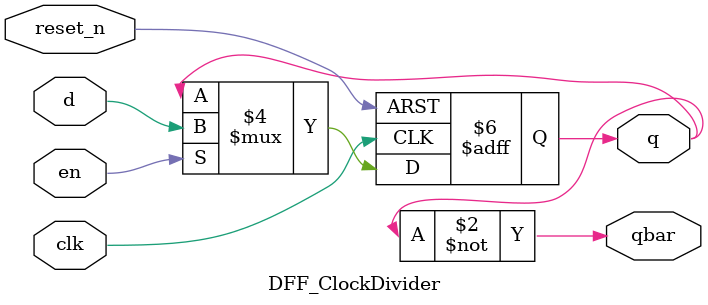
<source format=v>

/******************************************************************* 
 *  
 * Module: DFF_ClockDivider.v 
 * Project: i2cMaster
 * Author: Aya ElAkhras,   ayaelakhras@aucegypt.edu
 * Description: It a D flip flop that will be used to construct a clock divider, note that it resets its value to 1 
 *  
 * Change history: 02/11/18 – Started Working  
 *                 10/29/17 – Did something else 
 *  
 **********************************************************************/ 


`timescale 1ns/1ns

module DFF_ClockDivider(clk, reset_n, en, d, q, qbar);
    input clk;
    input reset_n;
    input en;
    input d;
    output reg q;
    output qbar;

    always@(posedge clk or negedge reset_n)
        if(reset_n) begin 
            if(en)
                q <= d;
               
            else
                q<= q;    // keep the same old value 
        end 
            
        else q <= 1'b1;    // Reset the clk outputted from the clk divider with 1
       

    assign qbar = ~q; 
    
endmodule


</source>
